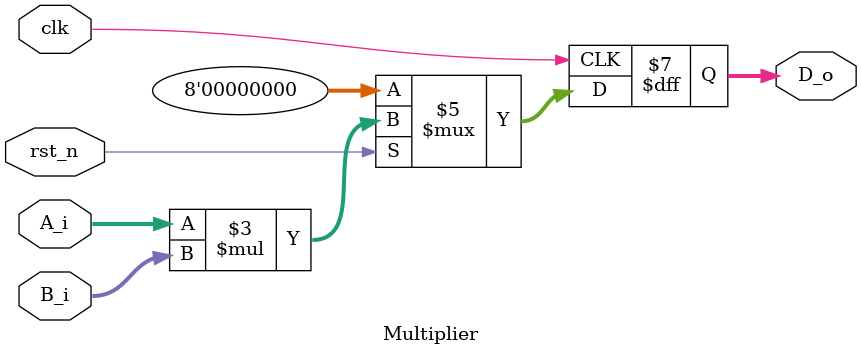
<source format=v>
`timescale 1ns / 1ps


module Multiplier (
    input clk,
    input rst_n,
    input [3:0] A_i,
    input [3:0] B_i,
    output reg[7:0] D_o
    );

always@(posedge clk) begin
    if (!rst_n) begin
        D_o <=0;
    end else begin 
        D_o <= A_i * B_i;
    end
end

endmodule

</source>
